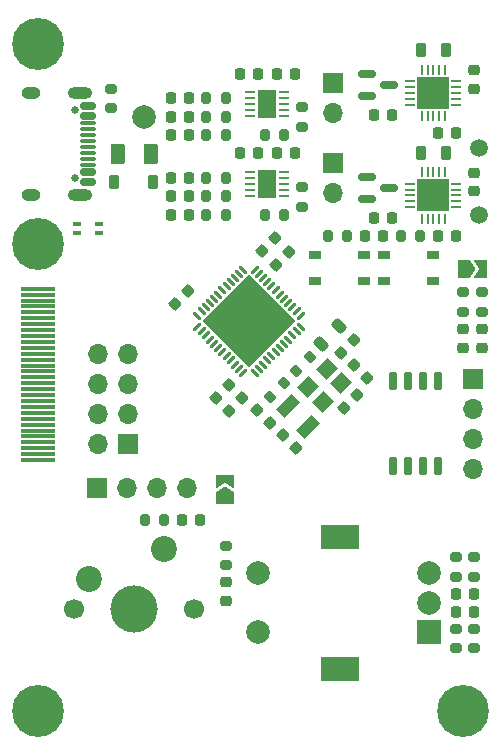
<source format=gts>
%TF.GenerationSoftware,KiCad,Pcbnew,8.0.5*%
%TF.CreationDate,2024-10-25T16:55:04+02:00*%
%TF.ProjectId,Keyboard_PCB,4b657962-6f61-4726-945f-5043422e6b69,rev?*%
%TF.SameCoordinates,Original*%
%TF.FileFunction,Soldermask,Top*%
%TF.FilePolarity,Negative*%
%FSLAX46Y46*%
G04 Gerber Fmt 4.6, Leading zero omitted, Abs format (unit mm)*
G04 Created by KiCad (PCBNEW 8.0.5) date 2024-10-25 16:55:04*
%MOMM*%
%LPD*%
G01*
G04 APERTURE LIST*
G04 Aperture macros list*
%AMRoundRect*
0 Rectangle with rounded corners*
0 $1 Rounding radius*
0 $2 $3 $4 $5 $6 $7 $8 $9 X,Y pos of 4 corners*
0 Add a 4 corners polygon primitive as box body*
4,1,4,$2,$3,$4,$5,$6,$7,$8,$9,$2,$3,0*
0 Add four circle primitives for the rounded corners*
1,1,$1+$1,$2,$3*
1,1,$1+$1,$4,$5*
1,1,$1+$1,$6,$7*
1,1,$1+$1,$8,$9*
0 Add four rect primitives between the rounded corners*
20,1,$1+$1,$2,$3,$4,$5,0*
20,1,$1+$1,$4,$5,$6,$7,0*
20,1,$1+$1,$6,$7,$8,$9,0*
20,1,$1+$1,$8,$9,$2,$3,0*%
%AMRotRect*
0 Rectangle, with rotation*
0 The origin of the aperture is its center*
0 $1 length*
0 $2 width*
0 $3 Rotation angle, in degrees counterclockwise*
0 Add horizontal line*
21,1,$1,$2,0,0,$3*%
%AMFreePoly0*
4,1,6,1.000000,0.000000,0.500000,-0.750000,-0.500000,-0.750000,-0.500000,0.750000,0.500000,0.750000,1.000000,0.000000,1.000000,0.000000,$1*%
%AMFreePoly1*
4,1,6,0.500000,-0.750000,-0.650000,-0.750000,-0.150000,0.000000,-0.650000,0.750000,0.500000,0.750000,0.500000,-0.750000,0.500000,-0.750000,$1*%
G04 Aperture macros list end*
%ADD10RoundRect,0.200000X0.200000X0.275000X-0.200000X0.275000X-0.200000X-0.275000X0.200000X-0.275000X0*%
%ADD11RoundRect,0.225000X-0.017678X0.335876X-0.335876X0.017678X0.017678X-0.335876X0.335876X-0.017678X0*%
%ADD12RoundRect,0.225000X-0.225000X-0.250000X0.225000X-0.250000X0.225000X0.250000X-0.225000X0.250000X0*%
%ADD13RoundRect,0.225000X0.250000X-0.225000X0.250000X0.225000X-0.250000X0.225000X-0.250000X-0.225000X0*%
%ADD14RoundRect,0.225000X0.225000X0.375000X-0.225000X0.375000X-0.225000X-0.375000X0.225000X-0.375000X0*%
%ADD15RoundRect,0.150000X-0.150000X0.650000X-0.150000X-0.650000X0.150000X-0.650000X0.150000X0.650000X0*%
%ADD16R,0.762000X0.406400*%
%ADD17C,1.700000*%
%ADD18C,4.000000*%
%ADD19C,2.200000*%
%ADD20RoundRect,0.250000X-0.375000X-0.625000X0.375000X-0.625000X0.375000X0.625000X-0.375000X0.625000X0*%
%ADD21RoundRect,0.225000X-0.335876X-0.017678X-0.017678X-0.335876X0.335876X0.017678X0.017678X0.335876X0*%
%ADD22R,3.000000X0.350000*%
%ADD23RoundRect,0.225000X0.225000X0.250000X-0.225000X0.250000X-0.225000X-0.250000X0.225000X-0.250000X0*%
%ADD24RoundRect,0.218750X0.218750X0.256250X-0.218750X0.256250X-0.218750X-0.256250X0.218750X-0.256250X0*%
%ADD25RoundRect,0.225000X0.017678X-0.335876X0.335876X-0.017678X-0.017678X0.335876X-0.335876X0.017678X0*%
%ADD26C,0.650000*%
%ADD27RoundRect,0.150000X-0.500000X0.150000X-0.500000X-0.150000X0.500000X-0.150000X0.500000X0.150000X0*%
%ADD28RoundRect,0.075000X-0.575000X0.075000X-0.575000X-0.075000X0.575000X-0.075000X0.575000X0.075000X0*%
%ADD29O,2.100000X1.000000*%
%ADD30O,1.600000X1.000000*%
%ADD31RoundRect,0.218750X-0.218750X-0.381250X0.218750X-0.381250X0.218750X0.381250X-0.218750X0.381250X0*%
%ADD32R,1.700000X1.700000*%
%ADD33O,1.700000X1.700000*%
%ADD34RotRect,1.400000X1.200000X45.000000*%
%ADD35C,0.700000*%
%ADD36C,4.400000*%
%ADD37RoundRect,0.062500X-0.350000X-0.062500X0.350000X-0.062500X0.350000X0.062500X-0.350000X0.062500X0*%
%ADD38R,1.580000X2.350000*%
%ADD39C,2.000000*%
%ADD40RoundRect,0.200000X-0.200000X-0.275000X0.200000X-0.275000X0.200000X0.275000X-0.200000X0.275000X0*%
%ADD41RoundRect,0.200000X-0.275000X0.200000X-0.275000X-0.200000X0.275000X-0.200000X0.275000X0.200000X0*%
%ADD42R,1.050000X0.650000*%
%ADD43RoundRect,0.218750X0.256250X-0.218750X0.256250X0.218750X-0.256250X0.218750X-0.256250X-0.218750X0*%
%ADD44RoundRect,0.150000X-0.587500X-0.150000X0.587500X-0.150000X0.587500X0.150000X-0.587500X0.150000X0*%
%ADD45RoundRect,0.225000X0.335876X0.017678X0.017678X0.335876X-0.335876X-0.017678X-0.017678X-0.335876X0*%
%ADD46RotRect,1.000000X1.800000X315.000000*%
%ADD47RoundRect,0.200000X0.275000X-0.200000X0.275000X0.200000X-0.275000X0.200000X-0.275000X-0.200000X0*%
%ADD48RoundRect,0.062500X-0.062500X0.337500X-0.062500X-0.337500X0.062500X-0.337500X0.062500X0.337500X0*%
%ADD49RoundRect,0.062500X-0.337500X0.062500X-0.337500X-0.062500X0.337500X-0.062500X0.337500X0.062500X0*%
%ADD50R,2.700000X2.700000*%
%ADD51FreePoly0,90.000000*%
%ADD52FreePoly1,90.000000*%
%ADD53RoundRect,0.200000X0.053033X-0.335876X0.335876X-0.053033X-0.053033X0.335876X-0.335876X0.053033X0*%
%ADD54FreePoly0,0.000000*%
%ADD55FreePoly1,0.000000*%
%ADD56C,1.500000*%
%ADD57R,2.000000X2.000000*%
%ADD58R,3.200000X2.000000*%
%ADD59RoundRect,0.200000X-0.053033X0.335876X-0.335876X0.053033X0.053033X-0.335876X0.335876X-0.053033X0*%
%ADD60RoundRect,0.218750X-0.114905X0.424264X-0.424264X0.114905X0.114905X-0.424264X0.424264X-0.114905X0*%
%ADD61RoundRect,0.225000X-0.250000X0.225000X-0.250000X-0.225000X0.250000X-0.225000X0.250000X0.225000X0*%
%ADD62RoundRect,0.062500X0.309359X-0.220971X-0.220971X0.309359X-0.309359X0.220971X0.220971X-0.309359X0*%
%ADD63RoundRect,0.062500X0.309359X0.220971X0.220971X0.309359X-0.309359X-0.220971X-0.220971X-0.309359X0*%
%ADD64RotRect,5.600000X5.600000X135.000000*%
G04 APERTURE END LIST*
D10*
%TO.C,R15*%
X103878750Y-206602500D03*
X102228750Y-206602500D03*
%TD*%
D11*
%TO.C,C13*%
X109216758Y-209729492D03*
X108120742Y-210825508D03*
%TD*%
D12*
%TO.C,C10*%
X115643750Y-208427500D03*
X117193750Y-208427500D03*
%TD*%
D13*
%TO.C,C19*%
X124903750Y-204627500D03*
X124903750Y-203077500D03*
%TD*%
D12*
%TO.C,C20*%
X105078750Y-194652500D03*
X106628750Y-194652500D03*
%TD*%
D14*
%TO.C,D3*%
X97718750Y-203827500D03*
X94418750Y-203827500D03*
%TD*%
D15*
%TO.C,U7*%
X121873750Y-220677500D03*
X120603750Y-220677500D03*
X119333750Y-220677500D03*
X118063750Y-220677500D03*
X118063750Y-227877500D03*
X119333750Y-227877500D03*
X120603750Y-227877500D03*
X121873750Y-227877500D03*
%TD*%
D10*
%TO.C,R13*%
X103878750Y-203502500D03*
X102228750Y-203502500D03*
%TD*%
D16*
%TO.C,FL1*%
X91293751Y-207352499D03*
X91293751Y-208165299D03*
X93143749Y-208165299D03*
X93143749Y-207352499D03*
%TD*%
D17*
%TO.C,SW2*%
X91038751Y-239952500D03*
D18*
X96118751Y-239952500D03*
D17*
X101198751Y-239952500D03*
D19*
X98658751Y-234872500D03*
X92308751Y-237412500D03*
%TD*%
D20*
%TO.C,F1*%
X94718751Y-201427500D03*
X97518749Y-201427500D03*
%TD*%
D21*
%TO.C,C35*%
X106545742Y-223104492D03*
X107641758Y-224200508D03*
%TD*%
D22*
%TO.C,J4*%
X87968750Y-227377500D03*
X87968750Y-226877500D03*
X87968750Y-226377500D03*
X87968750Y-225877500D03*
X87968750Y-225377500D03*
X87968750Y-224877500D03*
X87968750Y-224377500D03*
X87968750Y-223877500D03*
X87968750Y-223377500D03*
X87968750Y-222877500D03*
X87968750Y-222377500D03*
X87968750Y-221877500D03*
X87968750Y-221377500D03*
X87968750Y-220877500D03*
X87968750Y-220377500D03*
X87968750Y-219877500D03*
X87968750Y-219377500D03*
X87968750Y-218877500D03*
X87968750Y-218377500D03*
X87968750Y-217877500D03*
X87968750Y-217377500D03*
X87968750Y-216877500D03*
X87968750Y-216377500D03*
X87968750Y-215877500D03*
X87968750Y-215377500D03*
X87968750Y-214877500D03*
X87968750Y-214377500D03*
X87968750Y-213877500D03*
X87968750Y-213377500D03*
X87968750Y-212877500D03*
%TD*%
D23*
%TO.C,C2*%
X124893750Y-240227500D03*
X123343750Y-240227500D03*
%TD*%
D24*
%TO.C,D10*%
X100791251Y-205052500D03*
X99216249Y-205052500D03*
%TD*%
D25*
%TO.C,C6*%
X99545742Y-214175508D03*
X100641758Y-213079492D03*
%TD*%
D10*
%TO.C,R14*%
X103878750Y-205052500D03*
X102228750Y-205052500D03*
%TD*%
D23*
%TO.C,C21*%
X109728750Y-194652500D03*
X108178750Y-194652500D03*
%TD*%
D10*
%TO.C,R10*%
X103878750Y-198302500D03*
X102228750Y-198302500D03*
%TD*%
D11*
%TO.C,C7*%
X104166758Y-221054492D03*
X103070742Y-222150508D03*
%TD*%
D26*
%TO.C,J2*%
X91073750Y-197737500D03*
X91073750Y-203517500D03*
D27*
X92213750Y-197427500D03*
X92213750Y-198227500D03*
D28*
X92213749Y-199377500D03*
X92213750Y-200377500D03*
X92213750Y-200877500D03*
X92213749Y-201877500D03*
D27*
X92213750Y-203027500D03*
X92213750Y-203827500D03*
X92213750Y-203827500D03*
X92213750Y-203027500D03*
D28*
X92213750Y-202377500D03*
X92213750Y-201377500D03*
X92213750Y-199877500D03*
X92213750Y-198877500D03*
D27*
X92213750Y-198227500D03*
X92213750Y-197427500D03*
D29*
X91573750Y-196307500D03*
D30*
X87393750Y-196307500D03*
D29*
X91573750Y-204947500D03*
D30*
X87393750Y-204947500D03*
%TD*%
D31*
%TO.C,L3*%
X120391250Y-201377500D03*
X122516250Y-201377500D03*
%TD*%
D10*
%TO.C,R9*%
X103878750Y-196752500D03*
X102228750Y-196752500D03*
%TD*%
D32*
%TO.C,J1*%
X92993750Y-229702500D03*
D33*
X95533750Y-229702500D03*
X98073749Y-229702500D03*
X100613750Y-229702500D03*
%TD*%
D32*
%TO.C,J5*%
X124793750Y-220477500D03*
D33*
X124793750Y-223017500D03*
X124793750Y-225557499D03*
X124793750Y-228097500D03*
%TD*%
D13*
%TO.C,C15*%
X124903750Y-195927500D03*
X124903750Y-194377500D03*
%TD*%
D23*
%TO.C,C16*%
X123353750Y-199727500D03*
X121803750Y-199727500D03*
%TD*%
D34*
%TO.C,Y1*%
X112066973Y-222431358D03*
X113622608Y-220875723D03*
X112420527Y-219673642D03*
X110864892Y-221229277D03*
%TD*%
D35*
%TO.C,H4*%
X122318750Y-248627500D03*
X122802024Y-247460774D03*
X122802024Y-249794226D03*
X123968750Y-246977500D03*
D36*
X123968750Y-248627500D03*
D35*
X123968750Y-250277500D03*
X125135476Y-247460774D03*
X125135476Y-249794226D03*
X125618750Y-248627500D03*
%TD*%
D25*
%TO.C,C5*%
X106970742Y-209675508D03*
X108066758Y-208579492D03*
%TD*%
D10*
%TO.C,R2*%
X98683751Y-232422500D03*
X97033751Y-232422500D03*
%TD*%
D25*
%TO.C,C8*%
X113620742Y-218300508D03*
X114716758Y-217204492D03*
%TD*%
D32*
%TO.C,BT1*%
X112953750Y-195467500D03*
D33*
X112953750Y-198007500D03*
%TD*%
D23*
%TO.C,C14*%
X117978750Y-198177500D03*
X116428750Y-198177500D03*
%TD*%
D37*
%TO.C,U5*%
X105966250Y-196252500D03*
X105966250Y-196752500D03*
X105966250Y-197252500D03*
X105966250Y-197752500D03*
X105966250Y-198252500D03*
X108841250Y-198252500D03*
X108841250Y-197752500D03*
X108841250Y-197252500D03*
X108841250Y-196752500D03*
X108841250Y-196252500D03*
D38*
X107403750Y-197252500D03*
%TD*%
D24*
%TO.C,D7*%
X100791251Y-198312500D03*
X99216249Y-198312500D03*
%TD*%
D39*
%TO.C,TP1*%
X96968750Y-198327500D03*
%TD*%
D40*
%TO.C,R23*%
X112518750Y-208427499D03*
X114168750Y-208427499D03*
%TD*%
D10*
%TO.C,R11*%
X103878750Y-199852500D03*
X102228750Y-199852500D03*
%TD*%
D41*
%TO.C,TH1*%
X110353750Y-197527500D03*
X110353750Y-199177500D03*
%TD*%
D42*
%TO.C,SW4*%
X117268750Y-210027500D03*
X121418750Y-210027500D03*
X117268750Y-212177500D03*
X121418750Y-212177500D03*
%TD*%
D35*
%TO.C,H2*%
X86318750Y-209127500D03*
X86802024Y-207960774D03*
X86802024Y-210294226D03*
X87968750Y-207477500D03*
D36*
X87968750Y-209127500D03*
D35*
X87968750Y-210777500D03*
X89135476Y-207960774D03*
X89135476Y-210294226D03*
X89618750Y-209127500D03*
%TD*%
D43*
%TO.C,D1*%
X123993751Y-217877501D03*
X123993751Y-216302499D03*
%TD*%
D44*
%TO.C,D5*%
X115853750Y-203377500D03*
X115853750Y-205277500D03*
X117728750Y-204327500D03*
%TD*%
D24*
%TO.C,D6*%
X100791251Y-196752500D03*
X99216249Y-196752500D03*
%TD*%
D45*
%TO.C,C30*%
X109789766Y-226348516D03*
X108693750Y-225252500D03*
%TD*%
D46*
%TO.C,Y2*%
X110877633Y-224595266D03*
X109109867Y-222827500D03*
%TD*%
D47*
%TO.C,R1*%
X103893750Y-236277500D03*
X103893750Y-234627500D03*
%TD*%
D11*
%TO.C,C4*%
X105266758Y-222154492D03*
X104170742Y-223250508D03*
%TD*%
D31*
%TO.C,L2*%
X120391250Y-192677500D03*
X122516250Y-192677500D03*
%TD*%
D23*
%TO.C,C23*%
X109728750Y-201402500D03*
X108178750Y-201402500D03*
%TD*%
%TO.C,C17*%
X117978750Y-206877500D03*
X116428750Y-206877500D03*
%TD*%
D24*
%TO.C,D11*%
X100791251Y-206602500D03*
X99216249Y-206602500D03*
%TD*%
D48*
%TO.C,U2*%
X122453750Y-194327500D03*
X121953750Y-194327500D03*
X121453750Y-194327500D03*
X120953750Y-194327500D03*
X120453750Y-194327500D03*
D49*
X119503750Y-195277500D03*
X119503750Y-195777500D03*
X119503750Y-196277500D03*
X119503750Y-196777500D03*
X119503750Y-197277500D03*
D48*
X120453750Y-198227500D03*
X120953750Y-198227500D03*
X121453750Y-198227500D03*
X121953750Y-198227500D03*
X122453750Y-198227500D03*
D49*
X123403750Y-197277500D03*
X123403750Y-196777500D03*
X123403750Y-196277500D03*
X123403750Y-195777500D03*
X123403750Y-195277500D03*
D50*
X121453750Y-196277500D03*
%TD*%
D41*
%TO.C,TH2*%
X110353750Y-204277500D03*
X110353750Y-205927500D03*
%TD*%
D10*
%TO.C,R22*%
X120318750Y-208427500D03*
X118668750Y-208427500D03*
%TD*%
D41*
%TO.C,R5*%
X123368750Y-235602500D03*
X123368750Y-237252500D03*
%TD*%
D51*
%TO.C,JP2*%
X103818750Y-230577500D03*
D52*
X103818750Y-229127502D03*
%TD*%
D53*
%TO.C,R29*%
X109860387Y-219835863D03*
X111027113Y-218669137D03*
%TD*%
D41*
%TO.C,R6*%
X124893750Y-235602500D03*
X124893750Y-237252500D03*
%TD*%
D54*
%TO.C,JP1*%
X124043752Y-211190000D03*
D55*
X125493750Y-211190000D03*
%TD*%
D32*
%TO.C,J3*%
X95558750Y-225977500D03*
D33*
X93018750Y-225977500D03*
X95558750Y-223437500D03*
X93018750Y-223437500D03*
X95558750Y-220897501D03*
X93018750Y-220897500D03*
X95558750Y-218357500D03*
X93018750Y-218357500D03*
%TD*%
D56*
%TO.C,TP2*%
X125318750Y-200977500D03*
%TD*%
D57*
%TO.C,SW1*%
X121068750Y-241977500D03*
D39*
X121068750Y-236977500D03*
X121068750Y-239477500D03*
D58*
X113568750Y-245077500D03*
X113568750Y-233877500D03*
D39*
X106568750Y-236977500D03*
X106568750Y-241977500D03*
%TD*%
D42*
%TO.C,SW3*%
X111418750Y-210027500D03*
X115568750Y-210027500D03*
X111418750Y-212177500D03*
X115568750Y-212177500D03*
%TD*%
D40*
%TO.C,R12*%
X107178750Y-206602500D03*
X108828750Y-206602500D03*
%TD*%
D59*
%TO.C,R30*%
X108802113Y-220894137D03*
X107635387Y-222060863D03*
%TD*%
D60*
%TO.C,L1*%
X113470051Y-216051199D03*
X111967449Y-217553801D03*
%TD*%
D47*
%TO.C,R3*%
X123368750Y-243327500D03*
X123368750Y-241677500D03*
%TD*%
D44*
%TO.C,D4*%
X115853750Y-194677500D03*
X115853750Y-196577500D03*
X117728750Y-195627500D03*
%TD*%
D32*
%TO.C,BT2*%
X112953750Y-202217500D03*
D33*
X112953750Y-204757500D03*
%TD*%
D41*
%TO.C,R24*%
X123993751Y-213190000D03*
X123993751Y-214840000D03*
%TD*%
D37*
%TO.C,U6*%
X105966250Y-203002500D03*
X105966250Y-203502500D03*
X105966250Y-204002500D03*
X105966250Y-204502500D03*
X105966250Y-205002500D03*
X108841250Y-205002500D03*
X108841250Y-204502500D03*
X108841250Y-204002500D03*
X108841250Y-203502500D03*
X108841250Y-203002500D03*
D38*
X107403750Y-204002500D03*
%TD*%
D23*
%TO.C,C9*%
X124893750Y-238702500D03*
X123343750Y-238702500D03*
%TD*%
D35*
%TO.C,H3*%
X86318750Y-248627500D03*
X86802024Y-247460774D03*
X86802024Y-249794226D03*
X87968750Y-246977500D03*
D36*
X87968750Y-248627500D03*
D35*
X87968750Y-250277500D03*
X89135476Y-247460774D03*
X89135476Y-249794226D03*
X89618750Y-248627500D03*
%TD*%
D40*
%TO.C,R8*%
X107178750Y-199852500D03*
X108828750Y-199852500D03*
%TD*%
D56*
%TO.C,TP3*%
X125318750Y-206627500D03*
%TD*%
D61*
%TO.C,C1*%
X103893750Y-237727500D03*
X103893750Y-239277500D03*
%TD*%
D23*
%TO.C,C3*%
X101683751Y-232422500D03*
X100133751Y-232422500D03*
%TD*%
D24*
%TO.C,D8*%
X100791251Y-199862500D03*
X99216249Y-199862500D03*
%TD*%
%TO.C,D9*%
X100791251Y-203502500D03*
X99216249Y-203502500D03*
%TD*%
D41*
%TO.C,R25*%
X125568751Y-213190000D03*
X125568751Y-214840000D03*
%TD*%
D47*
%TO.C,R4*%
X124893750Y-243327500D03*
X124893750Y-241677500D03*
%TD*%
D21*
%TO.C,C29*%
X114720742Y-219354492D03*
X115816758Y-220450508D03*
%TD*%
D12*
%TO.C,C22*%
X105078750Y-201402500D03*
X106628750Y-201402500D03*
%TD*%
D23*
%TO.C,C18*%
X123353750Y-208427500D03*
X121803750Y-208427500D03*
%TD*%
D43*
%TO.C,D2*%
X125568751Y-217877501D03*
X125568751Y-216302499D03*
%TD*%
D35*
%TO.C,H1*%
X86318750Y-192127500D03*
X86802024Y-190960774D03*
X86802024Y-193294226D03*
X87968750Y-190477500D03*
D36*
X87968750Y-192127500D03*
D35*
X87968750Y-193777500D03*
X89135476Y-190960774D03*
X89135476Y-193294226D03*
X89618750Y-192127500D03*
%TD*%
D41*
%TO.C,R7*%
X94168750Y-195952500D03*
X94168750Y-197602500D03*
%TD*%
D25*
%TO.C,C28*%
X113922734Y-222973516D03*
X115018750Y-221877500D03*
%TD*%
D62*
%TO.C,U1*%
X106329886Y-220002723D03*
X106683439Y-219649170D03*
X107036993Y-219295616D03*
X107390546Y-218942063D03*
X107744099Y-218588510D03*
X108097653Y-218234956D03*
X108451206Y-217881403D03*
X108804760Y-217527849D03*
X109158313Y-217174296D03*
X109511866Y-216820743D03*
X109865420Y-216467189D03*
X110218973Y-216113636D03*
D63*
X110218973Y-215141364D03*
X109865420Y-214787811D03*
X109511866Y-214434257D03*
X109158313Y-214080704D03*
X108804760Y-213727151D03*
X108451206Y-213373597D03*
X108097653Y-213020044D03*
X107744099Y-212666490D03*
X107390546Y-212312937D03*
X107036993Y-211959384D03*
X106683439Y-211605830D03*
X106329886Y-211252277D03*
D62*
X105357614Y-211252277D03*
X105004061Y-211605830D03*
X104650507Y-211959384D03*
X104296954Y-212312937D03*
X103943401Y-212666490D03*
X103589847Y-213020044D03*
X103236294Y-213373597D03*
X102882740Y-213727151D03*
X102529187Y-214080704D03*
X102175634Y-214434257D03*
X101822080Y-214787811D03*
X101468527Y-215141364D03*
D63*
X101468527Y-216113636D03*
X101822080Y-216467189D03*
X102175634Y-216820743D03*
X102529187Y-217174296D03*
X102882740Y-217527849D03*
X103236294Y-217881403D03*
X103589847Y-218234956D03*
X103943401Y-218588510D03*
X104296954Y-218942063D03*
X104650507Y-219295616D03*
X105004061Y-219649170D03*
X105357614Y-220002723D03*
D64*
X105843750Y-215627500D03*
%TD*%
D48*
%TO.C,U4*%
X122453750Y-203027500D03*
X121953750Y-203027500D03*
X121453750Y-203027500D03*
X120953750Y-203027500D03*
X120453750Y-203027500D03*
D49*
X119503750Y-203977500D03*
X119503750Y-204477500D03*
X119503750Y-204977500D03*
X119503750Y-205477500D03*
X119503750Y-205977500D03*
D48*
X120453750Y-206927500D03*
X120953750Y-206927500D03*
X121453750Y-206927500D03*
X121953750Y-206927500D03*
X122453750Y-206927500D03*
D49*
X123403750Y-205977500D03*
X123403750Y-205477500D03*
X123403750Y-204977500D03*
X123403750Y-204477500D03*
X123403750Y-203977500D03*
D50*
X121453750Y-204977500D03*
%TD*%
M02*

</source>
